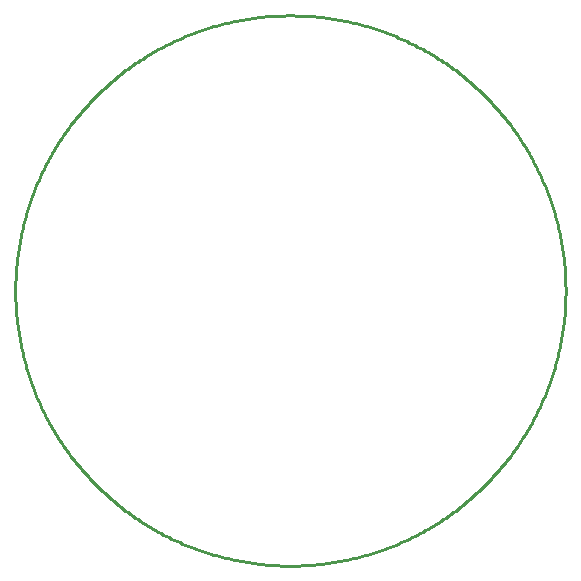
<source format=gko>
G04*
G04 #@! TF.GenerationSoftware,Altium Limited,Altium Designer,21.4.1 (30)*
G04*
G04 Layer_Color=16711935*
%FSLAX25Y25*%
%MOIN*%
G70*
G04*
G04 #@! TF.SameCoordinates,C5A25FCA-50C6-4F6C-8C9A-811C773B13C6*
G04*
G04*
G04 #@! TF.FilePolarity,Positive*
G04*
G01*
G75*
%ADD51C,0.01000*%
D51*
X469202Y302500D02*
X469197Y303500D01*
X469180Y304501D01*
X469153Y305500D01*
X469115Y306500D01*
X469066Y307499D01*
X469006Y308498D01*
X468935Y309495D01*
X468853Y310492D01*
X468760Y311488D01*
X468657Y312483D01*
X468543Y313477D01*
X468417Y314470D01*
X468282Y315460D01*
X468135Y316450D01*
X467977Y317438D01*
X467809Y318424D01*
X467630Y319408D01*
X467440Y320390D01*
X467239Y321370D01*
X467028Y322348D01*
X466806Y323323D01*
X466574Y324296D01*
X466331Y325267D01*
X466077Y326234D01*
X465813Y327199D01*
X465539Y328161D01*
X465253Y329120D01*
X464958Y330075D01*
X464652Y331028D01*
X464335Y331977D01*
X464009Y332922D01*
X463672Y333864D01*
X463324Y334802D01*
X462967Y335736D01*
X462599Y336667D01*
X462222Y337593D01*
X461834Y338515D01*
X461436Y339433D01*
X461028Y340346D01*
X460610Y341255D01*
X460183Y342159D01*
X459745Y343059D01*
X459298Y343953D01*
X458841Y344843D01*
X458374Y345728D01*
X457898Y346608D01*
X457412Y347482D01*
X456916Y348351D01*
X456411Y349215D01*
X455897Y350073D01*
X455373Y350925D01*
X454841Y351771D01*
X454299Y352612D01*
X453747Y353447D01*
X453187Y354276D01*
X452618Y355098D01*
X452040Y355914D01*
X451452Y356724D01*
X450857Y357528D01*
X450252Y358325D01*
X449639Y359115D01*
X449017Y359898D01*
X448387Y360675D01*
X447748Y361445D01*
X447101Y362208D01*
X446445Y362963D01*
X445782Y363712D01*
X445110Y364453D01*
X444430Y365187D01*
X443742Y365913D01*
X443047Y366632D01*
X442343Y367343D01*
X441632Y368046D01*
X440913Y368742D01*
X440187Y369430D01*
X439453Y370110D01*
X438712Y370781D01*
X437963Y371445D01*
X437208Y372101D01*
X436445Y372748D01*
X435675Y373387D01*
X434898Y374017D01*
X434115Y374639D01*
X433325Y375252D01*
X432528Y375857D01*
X431724Y376453D01*
X430914Y377040D01*
X430098Y377618D01*
X429276Y378187D01*
X428447Y378747D01*
X427612Y379299D01*
X426771Y379841D01*
X425925Y380374D01*
X425072Y380897D01*
X424215Y381411D01*
X423351Y381916D01*
X422482Y382412D01*
X421608Y382898D01*
X420728Y383374D01*
X419843Y383841D01*
X418954Y384298D01*
X418059Y384745D01*
X417159Y385182D01*
X416255Y385610D01*
X415346Y386028D01*
X414433Y386436D01*
X413515Y386834D01*
X412593Y387222D01*
X411667Y387599D01*
X410736Y387967D01*
X409802Y388324D01*
X408864Y388672D01*
X407922Y389009D01*
X406977Y389335D01*
X406028Y389652D01*
X405075Y389958D01*
X404120Y390253D01*
X403161Y390539D01*
X402199Y390813D01*
X401234Y391077D01*
X400267Y391331D01*
X399296Y391574D01*
X398323Y391806D01*
X397348Y392028D01*
X396370Y392239D01*
X395390Y392440D01*
X394408Y392630D01*
X393424Y392809D01*
X392438Y392977D01*
X391450Y393135D01*
X390460Y393282D01*
X389470Y393417D01*
X388477Y393543D01*
X387483Y393657D01*
X386488Y393760D01*
X385492Y393853D01*
X384495Y393935D01*
X383498Y394006D01*
X382499Y394066D01*
X381500Y394115D01*
X380500Y394153D01*
X379501Y394180D01*
X378500Y394197D01*
X377500Y394202D01*
X376500Y394197D01*
X375500Y394180D01*
X374500Y394153D01*
X373500Y394115D01*
X372501Y394066D01*
X371502Y394006D01*
X370505Y393935D01*
X369508Y393853D01*
X368512Y393760D01*
X367517Y393657D01*
X366523Y393543D01*
X365530Y393417D01*
X364540Y393282D01*
X363550Y393135D01*
X362562Y392977D01*
X361576Y392809D01*
X360592Y392630D01*
X359610Y392440D01*
X358630Y392239D01*
X357652Y392028D01*
X356677Y391806D01*
X355704Y391574D01*
X354733Y391331D01*
X353766Y391077D01*
X352801Y390813D01*
X351839Y390539D01*
X350880Y390253D01*
X349925Y389958D01*
X348972Y389652D01*
X348023Y389335D01*
X347078Y389009D01*
X346136Y388672D01*
X345198Y388324D01*
X344264Y387967D01*
X343333Y387599D01*
X342407Y387222D01*
X341485Y386834D01*
X340567Y386436D01*
X339654Y386028D01*
X338745Y385610D01*
X337841Y385182D01*
X336941Y384745D01*
X336047Y384298D01*
X335157Y383841D01*
X334272Y383374D01*
X333392Y382898D01*
X332518Y382412D01*
X331649Y381916D01*
X330785Y381411D01*
X329927Y380897D01*
X329075Y380374D01*
X328229Y379841D01*
X327388Y379299D01*
X326553Y378747D01*
X325724Y378187D01*
X324902Y377618D01*
X324086Y377040D01*
X323276Y376453D01*
X322472Y375857D01*
X321675Y375252D01*
X320885Y374639D01*
X320102Y374017D01*
X319325Y373387D01*
X318555Y372748D01*
X317792Y372101D01*
X317037Y371445D01*
X316288Y370781D01*
X315547Y370110D01*
X314813Y369430D01*
X314087Y368742D01*
X313368Y368046D01*
X312657Y367343D01*
X311953Y366632D01*
X311258Y365913D01*
X310570Y365187D01*
X309890Y364453D01*
X309219Y363712D01*
X308555Y362963D01*
X307899Y362208D01*
X307252Y361445D01*
X306613Y360675D01*
X305983Y359898D01*
X305361Y359115D01*
X304748Y358325D01*
X304143Y357528D01*
X303547Y356724D01*
X302960Y355914D01*
X302382Y355098D01*
X301813Y354276D01*
X301253Y353447D01*
X300701Y352612D01*
X300159Y351771D01*
X299626Y350925D01*
X299103Y350073D01*
X298589Y349215D01*
X298084Y348351D01*
X297588Y347482D01*
X297102Y346608D01*
X296626Y345728D01*
X296159Y344843D01*
X295702Y343953D01*
X295255Y343059D01*
X294817Y342159D01*
X294390Y341255D01*
X293972Y340346D01*
X293564Y339433D01*
X293166Y338515D01*
X292778Y337593D01*
X292401Y336667D01*
X292033Y335736D01*
X291676Y334802D01*
X291328Y333864D01*
X290991Y332922D01*
X290665Y331977D01*
X290348Y331028D01*
X290042Y330075D01*
X289747Y329120D01*
X289461Y328161D01*
X289187Y327199D01*
X288923Y326234D01*
X288669Y325267D01*
X288426Y324296D01*
X288194Y323323D01*
X287972Y322348D01*
X287761Y321370D01*
X287560Y320390D01*
X287370Y319408D01*
X287191Y318424D01*
X287023Y317438D01*
X286865Y316450D01*
X286719Y315460D01*
X286583Y314470D01*
X286457Y313477D01*
X286343Y312483D01*
X286240Y311488D01*
X286147Y310492D01*
X286065Y309495D01*
X285994Y308498D01*
X285934Y307499D01*
X285885Y306500D01*
X285847Y305500D01*
X285820Y304501D01*
X285804Y303500D01*
X285798Y302500D01*
X285804Y301500D01*
X285820Y300500D01*
X285847Y299500D01*
X285885Y298500D01*
X285934Y297501D01*
X285994Y296502D01*
X286065Y295505D01*
X286147Y294508D01*
X286240Y293512D01*
X286343Y292517D01*
X286457Y291523D01*
X286583Y290530D01*
X286719Y289540D01*
X286865Y288550D01*
X287023Y287562D01*
X287191Y286576D01*
X287370Y285592D01*
X287560Y284610D01*
X287761Y283630D01*
X287972Y282652D01*
X288194Y281677D01*
X288426Y280704D01*
X288669Y279733D01*
X288923Y278766D01*
X289187Y277801D01*
X289461Y276839D01*
X289747Y275880D01*
X290042Y274925D01*
X290348Y273972D01*
X290665Y273023D01*
X290991Y272078D01*
X291328Y271136D01*
X291676Y270198D01*
X292033Y269264D01*
X292401Y268333D01*
X292778Y267407D01*
X293166Y266485D01*
X293564Y265567D01*
X293972Y264654D01*
X294390Y263745D01*
X294817Y262841D01*
X295255Y261941D01*
X295702Y261047D01*
X296159Y260157D01*
X296626Y259272D01*
X297102Y258392D01*
X297588Y257518D01*
X298084Y256649D01*
X298589Y255785D01*
X299103Y254927D01*
X299626Y254075D01*
X300159Y253229D01*
X300701Y252388D01*
X301253Y251553D01*
X301813Y250724D01*
X302382Y249902D01*
X302960Y249086D01*
X303547Y248276D01*
X304143Y247472D01*
X304748Y246675D01*
X305361Y245885D01*
X305983Y245102D01*
X306613Y244325D01*
X307252Y243555D01*
X307899Y242792D01*
X308555Y242037D01*
X309219Y241288D01*
X309890Y240547D01*
X310570Y239813D01*
X311258Y239087D01*
X311953Y238368D01*
X312657Y237657D01*
X313368Y236953D01*
X314087Y236258D01*
X314813Y235570D01*
X315547Y234890D01*
X316288Y234219D01*
X317037Y233555D01*
X317792Y232899D01*
X318555Y232252D01*
X319325Y231613D01*
X320102Y230983D01*
X320885Y230361D01*
X321675Y229748D01*
X322472Y229143D01*
X323276Y228547D01*
X324086Y227960D01*
X324902Y227382D01*
X325724Y226813D01*
X326553Y226253D01*
X327388Y225701D01*
X328229Y225159D01*
X329075Y224626D01*
X329927Y224103D01*
X330785Y223589D01*
X331649Y223084D01*
X332518Y222588D01*
X333392Y222102D01*
X334272Y221626D01*
X335157Y221159D01*
X336047Y220702D01*
X336941Y220255D01*
X337841Y219817D01*
X338745Y219390D01*
X339654Y218972D01*
X340567Y218564D01*
X341485Y218166D01*
X342407Y217778D01*
X343333Y217401D01*
X344264Y217033D01*
X345198Y216676D01*
X346136Y216328D01*
X347078Y215991D01*
X348023Y215665D01*
X348972Y215348D01*
X349925Y215042D01*
X350880Y214747D01*
X351839Y214461D01*
X352801Y214187D01*
X353766Y213923D01*
X354733Y213669D01*
X355704Y213426D01*
X356677Y213194D01*
X357652Y212972D01*
X358630Y212761D01*
X359610Y212560D01*
X360592Y212370D01*
X361576Y212191D01*
X362562Y212023D01*
X363550Y211865D01*
X364540Y211719D01*
X365530Y211583D01*
X366523Y211457D01*
X367517Y211343D01*
X368512Y211240D01*
X369508Y211147D01*
X370505Y211065D01*
X371502Y210994D01*
X372501Y210934D01*
X373500Y210885D01*
X374500Y210847D01*
X375500Y210820D01*
X376500Y210804D01*
X377500Y210798D01*
X378500Y210804D01*
X379501Y210820D01*
X380500Y210847D01*
X381500Y210885D01*
X382499Y210934D01*
X383498Y210994D01*
X384495Y211065D01*
X385492Y211147D01*
X386488Y211240D01*
X387483Y211343D01*
X388477Y211457D01*
X389470Y211583D01*
X390460Y211719D01*
X391450Y211865D01*
X392438Y212023D01*
X393424Y212191D01*
X394408Y212370D01*
X395390Y212560D01*
X396370Y212761D01*
X397348Y212972D01*
X398323Y213194D01*
X399296Y213426D01*
X400267Y213669D01*
X401234Y213923D01*
X402199Y214187D01*
X403161Y214461D01*
X404120Y214747D01*
X405075Y215042D01*
X406028Y215348D01*
X406977Y215665D01*
X407922Y215991D01*
X408864Y216328D01*
X409802Y216676D01*
X410736Y217033D01*
X411667Y217401D01*
X412593Y217778D01*
X413515Y218166D01*
X414433Y218564D01*
X415346Y218972D01*
X416255Y219390D01*
X417159Y219817D01*
X418059Y220255D01*
X418954Y220702D01*
X419843Y221159D01*
X420728Y221626D01*
X421608Y222102D01*
X422482Y222588D01*
X423351Y223084D01*
X424215Y223589D01*
X425072Y224103D01*
X425925Y224626D01*
X426771Y225159D01*
X427612Y225701D01*
X428447Y226253D01*
X429276Y226813D01*
X430098Y227382D01*
X430914Y227960D01*
X431724Y228547D01*
X432528Y229143D01*
X433325Y229748D01*
X434115Y230361D01*
X434898Y230983D01*
X435675Y231613D01*
X436445Y232252D01*
X437208Y232899D01*
X437963Y233555D01*
X438712Y234219D01*
X439453Y234890D01*
X440187Y235570D01*
X440913Y236258D01*
X441632Y236953D01*
X442343Y237657D01*
X443047Y238368D01*
X443742Y239087D01*
X444430Y239813D01*
X445110Y240547D01*
X445782Y241288D01*
X446445Y242037D01*
X447101Y242792D01*
X447748Y243555D01*
X448387Y244325D01*
X449017Y245102D01*
X449639Y245885D01*
X450252Y246675D01*
X450857Y247472D01*
X451452Y248276D01*
X452040Y249086D01*
X452618Y249902D01*
X453187Y250724D01*
X453747Y251553D01*
X454299Y252388D01*
X454841Y253229D01*
X455373Y254075D01*
X455897Y254927D01*
X456411Y255785D01*
X456916Y256649D01*
X457412Y257518D01*
X457898Y258392D01*
X458374Y259272D01*
X458841Y260157D01*
X459298Y261047D01*
X459745Y261941D01*
X460183Y262841D01*
X460610Y263745D01*
X461028Y264654D01*
X461436Y265567D01*
X461834Y266485D01*
X462222Y267407D01*
X462599Y268333D01*
X462967Y269264D01*
X463324Y270198D01*
X463672Y271136D01*
X464009Y272078D01*
X464335Y273023D01*
X464652Y273972D01*
X464958Y274925D01*
X465253Y275880D01*
X465539Y276839D01*
X465813Y277801D01*
X466077Y278766D01*
X466331Y279733D01*
X466574Y280704D01*
X466806Y281677D01*
X467028Y282652D01*
X467239Y283630D01*
X467440Y284610D01*
X467630Y285592D01*
X467809Y286576D01*
X467977Y287562D01*
X468135Y288550D01*
X468282Y289540D01*
X468417Y290530D01*
X468543Y291523D01*
X468657Y292517D01*
X468760Y293512D01*
X468853Y294508D01*
X468935Y295505D01*
X469006Y296502D01*
X469066Y297501D01*
X469115Y298500D01*
X469153Y299500D01*
X469180Y300500D01*
X469197Y301500D01*
X469202Y302500D01*
M02*

</source>
